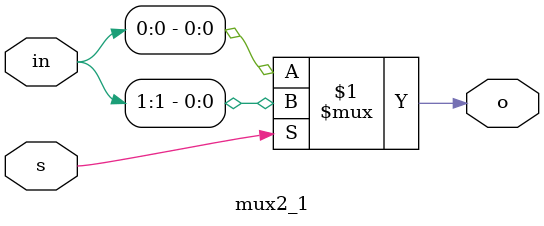
<source format=v>

module mux8_1(out ,in ,s 
    );
output out;
input [7:0] in;
input [2:0] s;
wire [5:0] k ;
	mux2_1 mux1(k[0] , in[1:0] , s[0]);
	mux2_1 mux2(k[1] , in[3:2] , s[0]);
	mux2_1 mux3(k[2] , in[5:4] , s[0]);
	mux2_1 mux4(k[3] , in[7:6] , s[0]);
	mux2_1 mux5(k[4] , k[1:0]  , s[1]);
	mux2_1 mux6(k[5] , k[3:2]  , s[1]);
	mux2_1 mux7(out  , k[5:4]  , s[2]);
endmodule

module mux2_1( output o, input [1:0] in ,input s);
assign o = s ? in[1]:in[0];

endmodule

</source>
